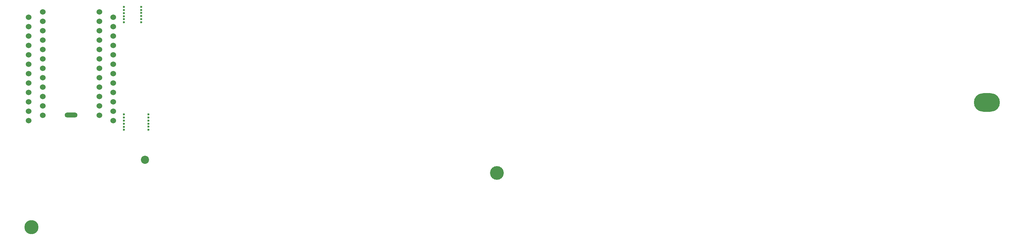
<source format=gbs>
G04 #@! TF.GenerationSoftware,KiCad,Pcbnew,8.0.3*
G04 #@! TF.CreationDate,2024-07-31T18:48:27+09:00*
G04 #@! TF.ProjectId,R46_TopPlate,5234365f-546f-4705-906c-6174652e6b69,ver1.0*
G04 #@! TF.SameCoordinates,Original*
G04 #@! TF.FileFunction,Soldermask,Bot*
G04 #@! TF.FilePolarity,Negative*
%FSLAX46Y46*%
G04 Gerber Fmt 4.6, Leading zero omitted, Abs format (unit mm)*
G04 Created by KiCad (PCBNEW 8.0.3) date 2024-07-31 18:48:27*
%MOMM*%
%LPD*%
G01*
G04 APERTURE LIST*
%ADD10O,7.000000X5.000000*%
%ADD11C,1.524000*%
%ADD12C,0.600000*%
%ADD13C,3.700000*%
%ADD14C,3.800000*%
%ADD15C,2.200000*%
%ADD16O,3.500000X1.320000*%
G04 APERTURE END LIST*
D10*
X274635000Y-42600000D03*
D11*
X39470000Y-19620000D03*
X39472123Y-22161138D03*
X39467058Y-24706377D03*
X39465366Y-27246256D03*
X39470361Y-29786131D03*
X39466772Y-32322003D03*
X39467877Y-34866209D03*
X39468583Y-37410466D03*
X39469374Y-39947294D03*
X39469425Y-42486690D03*
X39468370Y-45024098D03*
X39468297Y-47565451D03*
X16678735Y-47569888D03*
X16678479Y-45026111D03*
X16681165Y-42486170D03*
X16677401Y-39947348D03*
X16676715Y-37407930D03*
X16680259Y-34867364D03*
X16678754Y-32324288D03*
X16678698Y-29784780D03*
X16676625Y-27244724D03*
X16677247Y-24704380D03*
X16679611Y-22164121D03*
X16662464Y-19605342D03*
D12*
X46960000Y-16795000D03*
X46960000Y-17620000D03*
X46960000Y-18445000D03*
X46960000Y-19295000D03*
X46960000Y-20120000D03*
X46960000Y-20945000D03*
X42320000Y-20955000D03*
X42320000Y-20130000D03*
X42320000Y-19305000D03*
X42320000Y-18455000D03*
X42320000Y-17630000D03*
X42320000Y-16805000D03*
D13*
X142775000Y-61710000D03*
D14*
X17435000Y-76350000D03*
D12*
X42320000Y-50015000D03*
X42320000Y-49190000D03*
X42320000Y-48365000D03*
X42320000Y-47515000D03*
X42320000Y-46690000D03*
X42320000Y-45865000D03*
X48890000Y-45845000D03*
X48890000Y-46670000D03*
X48890000Y-47495000D03*
X48890000Y-48345000D03*
X48890000Y-49170000D03*
X48890000Y-49995000D03*
D15*
X48010000Y-58150000D03*
D11*
X35690000Y-18125000D03*
X35690000Y-20665000D03*
X35690000Y-23205000D03*
X35690000Y-25745000D03*
X35690000Y-28285000D03*
X35690000Y-30825000D03*
X35690000Y-33365000D03*
X35690000Y-35905000D03*
X35690000Y-38445000D03*
X35690000Y-40985000D03*
X35690000Y-43525000D03*
X35690000Y-46065000D03*
X20470000Y-46065000D03*
X20470000Y-43525000D03*
X20470000Y-40985000D03*
X20470000Y-38445000D03*
X20470000Y-35905000D03*
X20470000Y-33365000D03*
X20470000Y-30825000D03*
X20470000Y-28285000D03*
X20470000Y-25745000D03*
X20470000Y-23205000D03*
X20470000Y-20665000D03*
X20470000Y-18125000D03*
D16*
X28078600Y-46000000D03*
M02*

</source>
